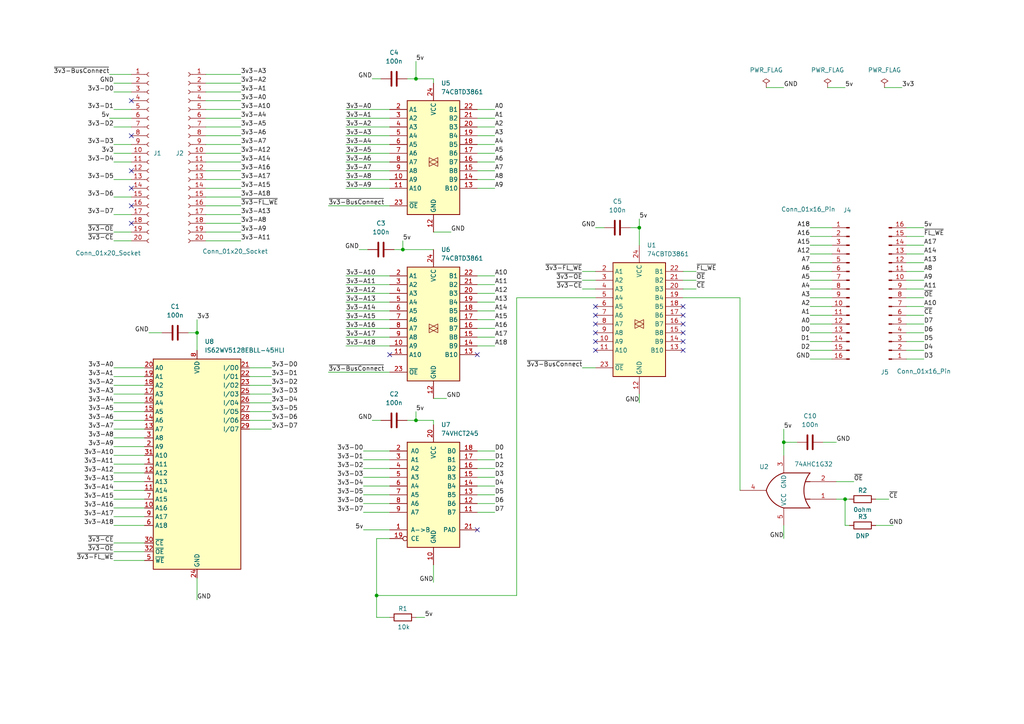
<source format=kicad_sch>
(kicad_sch (version 20231120) (generator "eeschema") (generator_version "8.0")
  (paper "A4")
  (title_block (title "Flying Rommey"))
  (lib_symbols
    (symbol "74xGxx:74AHC1G32"
      (property "Reference" "U" (at -2.54 3.81 0))
      (property "Value" "74AHC1G32" (at 0 -3.81 0))
      (symbol "74AHC1G32_0_1"
        (arc (start -7.62 -5.08) (mid -5.838 0) (end -7.62 5.08) (stroke (width 0.254)))
        (arc (start 0 -5.08) (mid 3.1986 -3.2054) (end 5.08 0) (stroke (width 0.254)))
        (polyline (pts (xy -7.62 -2.54) (xy -6.35 -2.54)) (stroke (width 0.254)) (fill (type background)))
        (polyline (pts (xy -7.62 2.54) (xy -6.35 2.54)) (stroke (width 0.254)) (fill (type background)))
        (polyline (pts (xy 0 -5.08) (xy -7.62 -5.08)) (stroke (width 0.254)) (fill (type background)))
        (polyline (pts (xy 0 5.08) (xy -7.62 5.08)) (stroke (width 0.254)) (fill (type background)))
        (arc (start 5.08 0) (mid 3.2238 3.2304) (end 0 5.08) (stroke (width 0.254)))
      )
      (symbol "74AHC1G32_1_1"
        (pin input line (at -15.24 2.54 0) (length 7.62) (name "~") (number "1"))
        (pin input line (at -15.24 -2.54 0) (length 7.62) (name "~") (number "2"))
        (pin power_in line (at 0 -10.16 90) (length 5.08) (name "GND") (number "3"))
        (pin output line (at 12.7 0 180) (length 7.62) (name "~") (number "4"))
        (pin power_in line (at 0 10.16 270) (length 5.08) (name "VCC") (number "5"))
      )
    )
    (symbol "Device:R" (pin_numbers hide) (pin_names (offset 0))
      (property "Reference" "R" (at 2.032 0 90))
      (property "Value" "R" (at 0 0 90))
      (symbol "R_0_1"
        (rectangle (start -1.016 -2.54) (end 1.016 2.54) (stroke (width 0.254)))
      )
      (symbol "R_1_1"
        (pin passive line (at 0 3.81 270) (length 1.27) (name "~") (number "1"))
        (pin passive line (at 0 -3.81 90) (length 1.27) (name "~") (number "2"))
      )
    )
    (symbol "JJG_Symbol_Library:74CBTD3861"
      (property "Reference" "U" (at -7.62 19.05 0))
      (property "Value" "74CBTD3861" (at -8.255 -16.51 0))
      (symbol "74CBTD3861_1_0"
        (polyline (pts (xy 1.27 0) (xy -1.27 1.27) (xy -1.27 -1.27) (xy 1.27 0)) (stroke (width 0.1524)))
        (polyline (pts (xy 1.27 1.27) (xy -1.27 0) (xy 1.27 -1.27) (xy 1.27 1.27)))
        (pin no_connect line (at 7.62 -12.7 180) (length 2.54) hide (name "NC") (number "1"))
        (pin passive line (at -12.7 -5.08 0) (length 5.08) (name "A9") (number "10"))
        (pin passive line (at -12.7 -7.62 0) (length 5.08) (name "A10") (number "11"))
        (pin power_in line (at 0 -20.32 90) (length 5.08) (name "GND") (number "12"))
        (pin passive line (at 12.7 -7.62 180) (length 5.08) (name "B10") (number "13"))
        (pin passive line (at 12.7 -5.08 180) (length 5.08) (name "B9") (number "14"))
        (pin passive line (at 12.7 -2.54 180) (length 5.08) (name "B8") (number "15"))
        (pin passive line (at 12.7 0 180) (length 5.08) (name "B7") (number "16"))
        (pin passive line (at 12.7 2.54 180) (length 5.08) (name "B6") (number "17"))
        (pin passive line (at 12.7 5.08 180) (length 5.08) (name "B5") (number "18"))
        (pin passive line (at 12.7 7.62 180) (length 5.08) (name "B4") (number "19"))
        (pin passive line (at -12.7 15.24 0) (length 5.08) (name "A1") (number "2"))
        (pin passive line (at 12.7 10.16 180) (length 5.08) (name "B3") (number "20"))
        (pin passive line (at 12.7 12.7 180) (length 5.08) (name "B2") (number "21"))
        (pin passive line (at 12.7 15.24 180) (length 5.08) (name "B1") (number "22"))
        (pin input line (at -12.7 -12.7 0) (length 5.08) (name "~{OE}") (number "23"))
        (pin power_in line (at 0 22.86 270) (length 5.08) (name "VCC") (number "24"))
        (pin passive line (at -12.7 12.7 0) (length 5.08) (name "A2") (number "3"))
        (pin passive line (at -12.7 10.16 0) (length 5.08) (name "A3") (number "4"))
        (pin passive line (at -12.7 7.62 0) (length 5.08) (name "A4") (number "5"))
        (pin passive line (at -12.7 5.08 0) (length 5.08) (name "A5") (number "6"))
        (pin passive line (at -12.7 2.54 0) (length 5.08) (name "A6") (number "7"))
        (pin passive line (at -12.7 0 0) (length 5.08) (name "A7") (number "8"))
        (pin passive line (at -12.7 -2.54 0) (length 5.08) (name "A8") (number "9"))
      )
      (symbol "74CBTD3861_1_1"
        (rectangle (start -7.62 17.78) (end 7.62 -15.24) (stroke (width 0.254)) (fill (type background)))
      )
    )
    (symbol "JJG_Symbol_Library:74HC245" (pin_names (offset 1.016)) (exclude_from_sim yes)
      (property "Reference" "U" (at 1.9559 20.32 0))
      (property "Value" "74VHCT245" (at 1.9559 17.78 0))
      (symbol "74HC245_1_0"
        (pin input line (at -12.7 -10.16 0) (length 5.08) (name "A->B") (number "1"))
        (pin input line (at 0 -20.32 90) (length 5.08) (name "GND") (number "10"))
        (pin tri_state line (at 12.7 -5.08 180) (length 5.08) (name "B7") (number "11"))
        (pin tri_state line (at 12.7 -2.54 180) (length 5.08) (name "B6") (number "12"))
        (pin tri_state line (at 12.7 0 180) (length 5.08) (name "B5") (number "13"))
        (pin tri_state line (at 12.7 2.54 180) (length 5.08) (name "B4") (number "14"))
        (pin tri_state line (at 12.7 5.08 180) (length 5.08) (name "B3") (number "15"))
        (pin tri_state line (at 12.7 7.62 180) (length 5.08) (name "B2") (number "16"))
        (pin tri_state line (at 12.7 10.16 180) (length 5.08) (name "B1") (number "17"))
        (pin tri_state line (at 12.7 12.7 180) (length 5.08) (name "B0") (number "18"))
        (pin input inverted (at -12.7 -12.7 0) (length 5.08) (name "CE") (number "19"))
        (pin tri_state line (at -12.7 12.7 0) (length 5.08) (name "A0") (number "2"))
        (pin input line (at 0 20.32 270) (length 5.08) (name "VCC") (number "20"))
        (pin tri_state line (at -12.7 10.16 0) (length 5.08) (name "A1") (number "3"))
        (pin tri_state line (at -12.7 7.62 0) (length 5.08) (name "A2") (number "4"))
        (pin tri_state line (at -12.7 5.08 0) (length 5.08) (name "A3") (number "5"))
        (pin tri_state line (at -12.7 2.54 0) (length 5.08) (name "A4") (number "6"))
        (pin tri_state line (at -12.7 0 0) (length 5.08) (name "A5") (number "7"))
        (pin tri_state line (at -12.7 -2.54 0) (length 5.08) (name "A6") (number "8"))
        (pin tri_state line (at -12.7 -5.08 0) (length 5.08) (name "A7") (number "9"))
      )
      (symbol "74HC245_1_1"
        (rectangle (start -7.62 15.24) (end 7.62 -15.24) (stroke (width 0.254)) (fill (type background)))
        (pin tri_state line (at 12.7 -10.16 180) (length 5.08) (name "PAD") (number "21"))
      )
    )
    (symbol "JJG_Symbol_Library:C" (pin_numbers hide) (pin_names (offset 0.254))
      (property "Reference" "C" (at 0.635 2.54 0))
      (property "Value" "C" (at 0.635 -2.54 0))
      (symbol "C_0_1"
        (polyline (pts (xy -2.032 -0.762) (xy 2.032 -0.762)) (stroke (width 0.508)))
        (polyline (pts (xy -2.032 0.762) (xy 2.032 0.762)) (stroke (width 0.508)))
      )
      (symbol "C_1_1"
        (pin passive line (at 0 3.81 270) (length 2.794) (name "~") (number "1"))
        (pin passive line (at 0 -3.81 90) (length 2.794) (name "~") (number "2"))
      )
    )
    (symbol "JJG_Symbol_Library:Conn_01x16_Pin" (pin_names (offset 1.016) hide)
      (property "Reference" "J" (at 0 20.32 0))
      (property "Value" "Conn_01x16_Pin" (at 0 -22.86 0))
      (symbol "Conn_01x16_Pin_1_1"
        (polyline (pts (xy 1.27 -20.32) (xy 0.8636 -20.32)) (stroke (width 0.1524)))
        (polyline (pts (xy 1.27 -17.78) (xy 0.8636 -17.78)) (stroke (width 0.1524)))
        (polyline (pts (xy 1.27 -15.24) (xy 0.8636 -15.24)) (stroke (width 0.1524)))
        (polyline (pts (xy 1.27 -12.7) (xy 0.8636 -12.7)) (stroke (width 0.1524)))
        (polyline (pts (xy 1.27 -10.16) (xy 0.8636 -10.16)) (stroke (width 0.1524)))
        (polyline (pts (xy 1.27 -7.62) (xy 0.8636 -7.62)) (stroke (width 0.1524)))
        (polyline (pts (xy 1.27 -5.08) (xy 0.8636 -5.08)) (stroke (width 0.1524)))
        (polyline (pts (xy 1.27 -2.54) (xy 0.8636 -2.54)) (stroke (width 0.1524)))
        (polyline (pts (xy 1.27 0) (xy 0.8636 0)) (stroke (width 0.1524)))
        (polyline (pts (xy 1.27 2.54) (xy 0.8636 2.54)) (stroke (width 0.1524)))
        (polyline (pts (xy 1.27 5.08) (xy 0.8636 5.08)) (stroke (width 0.1524)))
        (polyline (pts (xy 1.27 7.62) (xy 0.8636 7.62)) (stroke (width 0.1524)))
        (polyline (pts (xy 1.27 10.16) (xy 0.8636 10.16)) (stroke (width 0.1524)))
        (polyline (pts (xy 1.27 12.7) (xy 0.8636 12.7)) (stroke (width 0.1524)))
        (polyline (pts (xy 1.27 15.24) (xy 0.8636 15.24)) (stroke (width 0.1524)))
        (polyline (pts (xy 1.27 17.78) (xy 0.8636 17.78)) (stroke (width 0.1524)))
        (rectangle (start 0.8636 -20.193) (end 0 -20.447) (stroke (width 0.1524)) (fill (type outline)))
        (rectangle (start 0.8636 -17.653) (end 0 -17.907) (stroke (width 0.1524)) (fill (type outline)))
        (rectangle (start 0.8636 -15.113) (end 0 -15.367) (stroke (width 0.1524)) (fill (type outline)))
        (rectangle (start 0.8636 -12.573) (end 0 -12.827) (stroke (width 0.1524)) (fill (type outline)))
        (rectangle (start 0.8636 -10.033) (end 0 -10.287) (stroke (width 0.1524)) (fill (type outline)))
        (rectangle (start 0.8636 -7.493) (end 0 -7.747) (stroke (width 0.1524)) (fill (type outline)))
        (rectangle (start 0.8636 -4.953) (end 0 -5.207) (stroke (width 0.1524)) (fill (type outline)))
        (rectangle (start 0.8636 -2.413) (end 0 -2.667) (stroke (width 0.1524)) (fill (type outline)))
        (rectangle (start 0.8636 0.127) (end 0 -0.127) (stroke (width 0.1524)) (fill (type outline)))
        (rectangle (start 0.8636 2.667) (end 0 2.413) (stroke (width 0.1524)) (fill (type outline)))
        (rectangle (start 0.8636 5.207) (end 0 4.953) (stroke (width 0.1524)) (fill (type outline)))
        (rectangle (start 0.8636 7.747) (end 0 7.493) (stroke (width 0.1524)) (fill (type outline)))
        (rectangle (start 0.8636 10.287) (end 0 10.033) (stroke (width 0.1524)) (fill (type outline)))
        (rectangle (start 0.8636 12.827) (end 0 12.573) (stroke (width 0.1524)) (fill (type outline)))
        (rectangle (start 0.8636 15.367) (end 0 15.113) (stroke (width 0.1524)) (fill (type outline)))
        (rectangle (start 0.8636 17.907) (end 0 17.653) (stroke (width 0.1524)) (fill (type outline)))
        (pin passive line (at 5.08 17.78 180) (length 3.81) (name "Pin_1") (number "1"))
        (pin passive line (at 5.08 -5.08 180) (length 3.81) (name "Pin_10") (number "10"))
        (pin passive line (at 5.08 -7.62 180) (length 3.81) (name "Pin_11") (number "11"))
        (pin passive line (at 5.08 -10.16 180) (length 3.81) (name "Pin_12") (number "12"))
        (pin passive line (at 5.08 -12.7 180) (length 3.81) (name "Pin_13") (number "13"))
        (pin passive line (at 5.08 -15.24 180) (length 3.81) (name "Pin_14") (number "14"))
        (pin passive line (at 5.08 -17.78 180) (length 3.81) (name "Pin_15") (number "15"))
        (pin passive line (at 5.08 -20.32 180) (length 3.81) (name "Pin_16") (number "16"))
        (pin passive line (at 5.08 15.24 180) (length 3.81) (name "Pin_2") (number "2"))
        (pin passive line (at 5.08 12.7 180) (length 3.81) (name "Pin_3") (number "3"))
        (pin passive line (at 5.08 10.16 180) (length 3.81) (name "Pin_4") (number "4"))
        (pin passive line (at 5.08 7.62 180) (length 3.81) (name "Pin_5") (number "5"))
        (pin passive line (at 5.08 5.08 180) (length 3.81) (name "Pin_6") (number "6"))
        (pin passive line (at 5.08 2.54 180) (length 3.81) (name "Pin_7") (number "7"))
        (pin passive line (at 5.08 0 180) (length 3.81) (name "Pin_8") (number "8"))
        (pin passive line (at 5.08 -2.54 180) (length 3.81) (name "Pin_9") (number "9"))
      )
    )
    (symbol "JJG_Symbol_Library:Conn_01x20_Socket" (pin_names (offset 1.016) hide)
      (property "Reference" "J" (at 0 25.4 0))
      (property "Value" "Conn_01x20_Socket" (at 0 -27.94 0))
      (symbol "Conn_01x20_Socket_1_1"
        (arc (start 0 -24.892) (mid -0.5058 -25.4) (end 0 -25.908) (stroke (width 0.1524)))
        (arc (start 0 -22.352) (mid -0.5058 -22.86) (end 0 -23.368) (stroke (width 0.1524)))
        (arc (start 0 -19.812) (mid -0.5058 -20.32) (end 0 -20.828) (stroke (width 0.1524)))
        (arc (start 0 -17.272) (mid -0.5058 -17.78) (end 0 -18.288) (stroke (width 0.1524)))
        (arc (start 0 -14.732) (mid -0.5058 -15.24) (end 0 -15.748) (stroke (width 0.1524)))
        (arc (start 0 -12.192) (mid -0.5058 -12.7) (end 0 -13.208) (stroke (width 0.1524)))
        (arc (start 0 -9.652) (mid -0.5058 -10.16) (end 0 -10.668) (stroke (width 0.1524)))
        (arc (start 0 -7.112) (mid -0.5058 -7.62) (end 0 -8.128) (stroke (width 0.1524)))
        (arc (start 0 -4.572) (mid -0.5058 -5.08) (end 0 -5.588) (stroke (width 0.1524)))
        (arc (start 0 -2.032) (mid -0.5058 -2.54) (end 0 -3.048) (stroke (width 0.1524)))
        (polyline (pts (xy -1.27 -25.4) (xy -0.508 -25.4)) (stroke (width 0.1524)))
        (polyline (pts (xy -1.27 -22.86) (xy -0.508 -22.86)) (stroke (width 0.1524)))
        (polyline (pts (xy -1.27 -20.32) (xy -0.508 -20.32)) (stroke (width 0.1524)))
        (polyline (pts (xy -1.27 -17.78) (xy -0.508 -17.78)) (stroke (width 0.1524)))
        (polyline (pts (xy -1.27 -15.24) (xy -0.508 -15.24)) (stroke (width 0.1524)))
        (polyline (pts (xy -1.27 -12.7) (xy -0.508 -12.7)) (stroke (width 0.1524)))
        (polyline (pts (xy -1.27 -10.16) (xy -0.508 -10.16)) (stroke (width 0.1524)))
        (polyline (pts (xy -1.27 -7.62) (xy -0.508 -7.62)) (stroke (width 0.1524)))
        (polyline (pts (xy -1.27 -5.08) (xy -0.508 -5.08)) (stroke (width 0.1524)))
        (polyline (pts (xy -1.27 -2.54) (xy -0.508 -2.54)) (stroke (width 0.1524)))
        (polyline (pts (xy -1.27 0) (xy -0.508 0)) (stroke (width 0.1524)))
        (polyline (pts (xy -1.27 2.54) (xy -0.508 2.54)) (stroke (width 0.1524)))
        (polyline (pts (xy -1.27 5.08) (xy -0.508 5.08)) (stroke (width 0.1524)))
        (polyline (pts (xy -1.27 7.62) (xy -0.508 7.62)) (stroke (width 0.1524)))
        (polyline (pts (xy -1.27 10.16) (xy -0.508 10.16)) (stroke (width 0.1524)))
        (polyline (pts (xy -1.27 12.7) (xy -0.508 12.7)) (stroke (width 0.1524)))
        (polyline (pts (xy -1.27 15.24) (xy -0.508 15.24)) (stroke (width 0.1524)))
        (polyline (pts (xy -1.27 17.78) (xy -0.508 17.78)) (stroke (width 0.1524)))
        (polyline (pts (xy -1.27 20.32) (xy -0.508 20.32)) (stroke (width 0.1524)))
        (polyline (pts (xy -1.27 22.86) (xy -0.508 22.86)) (stroke (width 0.1524)))
        (arc (start 0 0.508) (mid -0.5058 0) (end 0 -0.508) (stroke (width 0.1524)))
        (arc (start 0 3.048) (mid -0.5058 2.54) (end 0 2.032) (stroke (width 0.1524)))
        (arc (start 0 5.588) (mid -0.5058 5.08) (end 0 4.572) (stroke (width 0.1524)))
        (arc (start 0 8.128) (mid -0.5058 7.62) (end 0 7.112) (stroke (width 0.1524)))
        (arc (start 0 10.668) (mid -0.5058 10.16) (end 0 9.652) (stroke (width 0.1524)))
        (arc (start 0 13.208) (mid -0.5058 12.7) (end 0 12.192) (stroke (width 0.1524)))
        (arc (start 0 15.748) (mid -0.5058 15.24) (end 0 14.732) (stroke (width 0.1524)))
        (arc (start 0 18.288) (mid -0.5058 17.78) (end 0 17.272) (stroke (width 0.1524)))
        (arc (start 0 20.828) (mid -0.5058 20.32) (end 0 19.812) (stroke (width 0.1524)))
        (arc (start 0 23.368) (mid -0.5058 22.86) (end 0 22.352) (stroke (width 0.1524)))
        (pin passive line (at -5.08 22.86 0) (length 3.81) (name "Pin_1") (number "1"))
        (pin passive line (at -5.08 0 0) (length 3.81) (name "Pin_10") (number "10"))
        (pin passive line (at -5.08 -2.54 0) (length 3.81) (name "Pin_11") (number "11"))
        (pin passive line (at -5.08 -5.08 0) (length 3.81) (name "Pin_12") (number "12"))
        (pin passive line (at -5.08 -7.62 0) (length 3.81) (name "Pin_13") (number "13"))
        (pin passive line (at -5.08 -10.16 0) (length 3.81) (name "Pin_14") (number "14"))
        (pin passive line (at -5.08 -12.7 0) (length 3.81) (name "Pin_15") (number "15"))
        (pin passive line (at -5.08 -15.24 0) (length 3.81) (name "Pin_16") (number "16"))
        (pin passive line (at -5.08 -17.78 0) (length 3.81) (name "Pin_17") (number "17"))
        (pin passive line (at -5.08 -20.32 0) (length 3.81) (name "Pin_18") (number "18"))
        (pin passive line (at -5.08 -22.86 0) (length 3.81) (name "Pin_19") (number "19"))
        (pin passive line (at -5.08 20.32 0) (length 3.81) (name "Pin_2") (number "2"))
        (pin passive line (at -5.08 -25.4 0) (length 3.81) (name "Pin_20") (number "20"))
        (pin passive line (at -5.08 17.78 0) (length 3.81) (name "Pin_3") (number "3"))
        (pin passive line (at -5.08 15.24 0) (length 3.81) (name "Pin_4") (number "4"))
        (pin passive line (at -5.08 12.7 0) (length 3.81) (name "Pin_5") (number "5"))
        (pin passive line (at -5.08 10.16 0) (length 3.81) (name "Pin_6") (number "6"))
        (pin passive line (at -5.08 7.62 0) (length 3.81) (name "Pin_7") (number "7"))
        (pin passive line (at -5.08 5.08 0) (length 3.81) (name "Pin_8") (number "8"))
        (pin passive line (at -5.08 2.54 0) (length 3.81) (name "Pin_9") (number "9"))
      )
    )
    (symbol "JJG_Symbol_Library:IS62WV5128EBLL-45HLI"
      (property "Reference" "U" (at -10.16 31.75 0))
      (property "Value" "IS62WV5128EBLL-45HLI" (at 12.7 31.75 0))
      (symbol "IS62WV5128EBLL-45HLI_0_1"
        (rectangle (start -12.7 30.48) (end 12.7 -30.48) (stroke (width 0.254)) (fill (type background)))
      )
      (symbol "IS62WV5128EBLL-45HLI_1_1"
        (pin input line (at -15.24 0 0) (length 2.54) (name "A11") (number "1"))
        (pin input line (at -15.24 -12.7 0) (length 2.54) (name "A16") (number "10"))
        (pin input line (at -15.24 -7.62 0) (length 2.54) (name "A14") (number "11"))
        (pin input line (at -15.24 -2.54 0) (length 2.54) (name "A12") (number "12"))
        (pin input line (at -15.24 10.16 0) (length 2.54) (name "A7") (number "13"))
        (pin input line (at -15.24 12.7 0) (length 2.54) (name "A6") (number "14"))
        (pin input line (at -15.24 15.24 0) (length 2.54) (name "A5") (number "15"))
        (pin input line (at -15.24 17.78 0) (length 2.54) (name "A4") (number "16"))
        (pin input line (at -15.24 20.32 0) (length 2.54) (name "A3") (number "17"))
        (pin input line (at -15.24 22.86 0) (length 2.54) (name "A2") (number "18"))
        (pin input line (at -15.24 25.4 0) (length 2.54) (name "A1") (number "19"))
        (pin input line (at -15.24 5.08 0) (length 2.54) (name "A9") (number "2"))
        (pin input line (at -15.24 27.94 0) (length 2.54) (name "A0") (number "20"))
        (pin bidirectional line (at 15.24 27.94 180) (length 2.54) (name "I/O0") (number "21"))
        (pin bidirectional line (at 15.24 25.4 180) (length 2.54) (name "I/O1") (number "22"))
        (pin bidirectional line (at 15.24 22.86 180) (length 2.54) (name "I/O2") (number "23"))
        (pin power_in line (at 0 -33.02 90) (length 2.54) (name "GND") (number "24"))
        (pin bidirectional line (at 15.24 20.32 180) (length 2.54) (name "I/O3") (number "25"))
        (pin bidirectional line (at 15.24 17.78 180) (length 2.54) (name "I/O4") (number "26"))
        (pin bidirectional line (at 15.24 15.24 180) (length 2.54) (name "I/O5") (number "27"))
        (pin bidirectional line (at 15.24 12.7 180) (length 2.54) (name "I/O6") (number "28"))
        (pin bidirectional line (at 15.24 10.16 180) (length 2.54) (name "I/O7") (number "29"))
        (pin input line (at -15.24 7.62 0) (length 2.54) (name "A8") (number "3"))
        (pin input line (at -15.24 -22.86 0) (length 2.54) (name "~{CE}") (number "30"))
        (pin input line (at -15.24 2.54 0) (length 2.54) (name "A10") (number "31"))
        (pin input line (at -15.24 -25.4 0) (length 2.54) (name "~{OE}") (number "32"))
        (pin input line (at -15.24 -5.08 0) (length 2.54) (name "A13") (number "4"))
        (pin input line (at -15.24 -27.94 0) (length 2.54) (name "~{WE}") (number "5"))
        (pin input line (at -15.24 -17.78 0) (length 2.54) (name "A18") (number "6"))
        (pin input line (at -15.24 -10.16 0) (length 2.54) (name "A15") (number "7"))
        (pin power_in line (at 0 33.02 270) (length 2.54) (name "VDD") (number "8"))
        (pin input line (at -15.24 -15.24 0) (length 2.54) (name "A17") (number "9"))
      )
    )
    (symbol "JJG_Symbol_Library:PWR_FLAG" (power) (pin_numbers hide) (pin_names (offset 0) hide)
      (property "Value" "PWR_FLAG" (at 0 3.81 0))
      (symbol "PWR_FLAG_0_0"
        (pin power_out line (at 0 0 90) (length 0) (name "~") (number "1"))
      )
      (symbol "PWR_FLAG_0_1"
        (polyline (pts (xy 0 0) (xy 0 1.27) (xy -1.016 1.905) (xy 0 2.54) (xy 1.016 1.905) (xy 0 1.27)))
      )
    )
  )
  (junction (at 120.65 121.92))
  (junction (at 116.84 72.39))
  (junction (at 109.22 172.72))
  (junction (at 57.15 96.52))
  (junction (at 245.11 144.78))
  (junction (at 120.65 22.86))
  (junction (at 185.42 66.04))
  (junction (at 227.33 128.27))
  (no_connect (at 198.12 99.06))
  (no_connect (at 38.1 64.77))
  (no_connect (at 172.72 91.44))
  (no_connect (at 38.1 59.69))
  (no_connect (at 38.1 49.53))
  (no_connect (at 198.12 101.6))
  (no_connect (at 113.03 102.87))
  (no_connect (at 138.43 153.67))
  (no_connect (at 172.72 93.98))
  (no_connect (at 172.72 99.06))
  (no_connect (at 172.72 96.52))
  (no_connect (at 172.72 88.9))
  (no_connect (at 38.1 39.37))
  (no_connect (at 172.72 101.6))
  (no_connect (at 198.12 96.52))
  (no_connect (at 198.12 91.44))
  (no_connect (at 38.1 54.61))
  (no_connect (at 198.12 93.98))
  (no_connect (at 38.1 29.21))
  (no_connect (at 198.12 88.9))
  (no_connect (at 138.43 102.87))
  (wire (pts (xy 262.89 96.52) (xy 267.97 96.52)))
  (wire (pts (xy 105.41 135.89) (xy 113.03 135.89)))
  (wire (pts (xy 227.33 128.27) (xy 227.33 132.08)))
  (wire (pts (xy 227.33 124.46) (xy 227.33 128.27)))
  (wire (pts (xy 120.65 179.07) (xy 123.19 179.07)))
  (wire (pts (xy 262.89 78.74) (xy 267.97 78.74)))
  (wire (pts (xy 120.65 22.86) (xy 125.73 22.86)))
  (wire (pts (xy 100.33 80.01) (xy 113.03 80.01)))
  (wire (pts (xy 100.33 44.45) (xy 113.03 44.45)))
  (wire (pts (xy 33.02 62.23) (xy 38.1 62.23)))
  (wire (pts (xy 100.33 82.55) (xy 113.03 82.55)))
  (wire (pts (xy 138.43 54.61) (xy 143.51 54.61)))
  (wire (pts (xy 262.89 68.58) (xy 267.97 68.58)))
  (wire (pts (xy 72.39 106.68) (xy 78.74 106.68)))
  (wire (pts (xy 254 152.4) (xy 259.08 152.4)))
  (wire (pts (xy 138.43 143.51) (xy 143.51 143.51)))
  (wire (pts (xy 234.95 86.36) (xy 241.3 86.36)))
  (wire (pts (xy 138.43 80.01) (xy 143.51 80.01)))
  (wire (pts (xy 125.73 24.13) (xy 125.73 22.86)))
  (wire (pts (xy 33.02 46.99) (xy 38.1 46.99)))
  (wire (pts (xy 59.69 44.45) (xy 69.85 44.45)))
  (wire (pts (xy 33.02 52.07) (xy 38.1 52.07)))
  (wire (pts (xy 33.02 44.45) (xy 38.1 44.45)))
  (wire (pts (xy 262.89 73.66) (xy 267.97 73.66)))
  (wire (pts (xy 227.33 128.27) (xy 231.14 128.27)))
  (wire (pts (xy 198.12 78.74) (xy 201.93 78.74)))
  (wire (pts (xy 33.02 149.86) (xy 41.91 149.86)))
  (wire (pts (xy 172.72 86.36) (xy 149.86 86.36)))
  (wire (pts (xy 95.25 59.69) (xy 113.03 59.69)))
  (wire (pts (xy 33.02 106.68) (xy 41.91 106.68)))
  (wire (pts (xy 234.95 93.98) (xy 241.3 93.98)))
  (wire (pts (xy 100.33 100.33) (xy 113.03 100.33)))
  (wire (pts (xy 138.43 52.07) (xy 143.51 52.07)))
  (wire (pts (xy 198.12 81.28) (xy 201.93 81.28)))
  (wire (pts (xy 138.43 146.05) (xy 143.51 146.05)))
  (wire (pts (xy 242.57 139.7) (xy 247.65 139.7)))
  (wire (pts (xy 245.11 144.78) (xy 245.11 152.4)))
  (wire (pts (xy 234.95 91.44) (xy 241.3 91.44)))
  (wire (pts (xy 105.41 133.35) (xy 113.03 133.35)))
  (wire (pts (xy 234.95 66.04) (xy 241.3 66.04)))
  (wire (pts (xy 59.69 64.77) (xy 69.85 64.77)))
  (wire (pts (xy 168.91 106.68) (xy 172.72 106.68)))
  (wire (pts (xy 238.76 128.27) (xy 242.57 128.27)))
  (wire (pts (xy 105.41 130.81) (xy 113.03 130.81)))
  (wire (pts (xy 57.15 96.52) (xy 57.15 101.6)))
  (wire (pts (xy 120.65 121.92) (xy 125.73 121.92)))
  (wire (pts (xy 185.42 66.04) (xy 185.42 71.12)))
  (wire (pts (xy 138.43 44.45) (xy 143.51 44.45)))
  (wire (pts (xy 33.02 69.85) (xy 38.1 69.85)))
  (wire (pts (xy 214.63 142.24) (xy 214.63 86.36)))
  (wire (pts (xy 104.14 72.39) (xy 106.68 72.39)))
  (wire (pts (xy 100.33 54.61) (xy 113.03 54.61)))
  (wire (pts (xy 72.39 109.22) (xy 78.74 109.22)))
  (wire (pts (xy 109.22 172.72) (xy 109.22 179.07)))
  (wire (pts (xy 33.02 129.54) (xy 41.91 129.54)))
  (wire (pts (xy 33.02 144.78) (xy 41.91 144.78)))
  (wire (pts (xy 59.69 67.31) (xy 69.85 67.31)))
  (wire (pts (xy 234.95 73.66) (xy 241.3 73.66)))
  (wire (pts (xy 59.69 31.75) (xy 69.85 31.75)))
  (wire (pts (xy 262.89 99.06) (xy 267.97 99.06)))
  (wire (pts (xy 33.02 109.22) (xy 41.91 109.22)))
  (wire (pts (xy 59.69 57.15) (xy 69.85 57.15)))
  (wire (pts (xy 138.43 130.81) (xy 143.51 130.81)))
  (wire (pts (xy 234.95 96.52) (xy 241.3 96.52)))
  (wire (pts (xy 234.95 78.74) (xy 241.3 78.74)))
  (wire (pts (xy 234.95 101.6) (xy 241.3 101.6)))
  (wire (pts (xy 118.11 121.92) (xy 120.65 121.92)))
  (wire (pts (xy 138.43 133.35) (xy 143.51 133.35)))
  (wire (pts (xy 33.02 134.62) (xy 41.91 134.62)))
  (wire (pts (xy 214.63 86.36) (xy 198.12 86.36)))
  (wire (pts (xy 33.02 127) (xy 41.91 127)))
  (wire (pts (xy 172.72 66.04) (xy 175.26 66.04)))
  (wire (pts (xy 57.15 92.71) (xy 57.15 96.52)))
  (wire (pts (xy 125.73 67.31) (xy 130.81 67.31)))
  (wire (pts (xy 240.03 25.4) (xy 245.11 25.4)))
  (wire (pts (xy 138.43 34.29) (xy 143.51 34.29)))
  (wire (pts (xy 72.39 116.84) (xy 78.74 116.84)))
  (wire (pts (xy 33.02 160.02) (xy 41.91 160.02)))
  (wire (pts (xy 113.03 179.07) (xy 109.22 179.07)))
  (wire (pts (xy 105.41 143.51) (xy 113.03 143.51)))
  (wire (pts (xy 245.11 152.4) (xy 246.38 152.4)))
  (wire (pts (xy 100.33 92.71) (xy 113.03 92.71)))
  (wire (pts (xy 138.43 39.37) (xy 143.51 39.37)))
  (wire (pts (xy 125.73 115.57) (xy 129.54 115.57)))
  (wire (pts (xy 33.02 31.75) (xy 38.1 31.75)))
  (wire (pts (xy 138.43 148.59) (xy 143.51 148.59)))
  (wire (pts (xy 234.95 76.2) (xy 241.3 76.2)))
  (wire (pts (xy 138.43 41.91) (xy 143.51 41.91)))
  (wire (pts (xy 72.39 119.38) (xy 78.74 119.38)))
  (wire (pts (xy 54.61 96.52) (xy 57.15 96.52)))
  (wire (pts (xy 33.02 57.15) (xy 38.1 57.15)))
  (wire (pts (xy 138.43 100.33) (xy 143.51 100.33)))
  (wire (pts (xy 138.43 49.53) (xy 143.51 49.53)))
  (wire (pts (xy 100.33 46.99) (xy 113.03 46.99)))
  (wire (pts (xy 100.33 90.17) (xy 113.03 90.17)))
  (wire (pts (xy 33.02 26.67) (xy 38.1 26.67)))
  (wire (pts (xy 100.33 36.83) (xy 113.03 36.83)))
  (wire (pts (xy 107.95 121.92) (xy 110.49 121.92)))
  (wire (pts (xy 100.33 31.75) (xy 113.03 31.75)))
  (wire (pts (xy 33.02 162.56) (xy 41.91 162.56)))
  (wire (pts (xy 138.43 90.17) (xy 143.51 90.17)))
  (wire (pts (xy 57.15 167.64) (xy 57.15 173.99)))
  (wire (pts (xy 182.88 66.04) (xy 185.42 66.04)))
  (wire (pts (xy 256.54 25.4) (xy 261.62 25.4)))
  (wire (pts (xy 262.89 81.28) (xy 267.97 81.28)))
  (wire (pts (xy 105.41 148.59) (xy 113.03 148.59)))
  (wire (pts (xy 43.18 96.52) (xy 46.99 96.52)))
  (wire (pts (xy 59.69 36.83) (xy 69.85 36.83)))
  (wire (pts (xy 72.39 121.92) (xy 78.74 121.92)))
  (wire (pts (xy 33.02 67.31) (xy 38.1 67.31)))
  (wire (pts (xy 105.41 146.05) (xy 113.03 146.05)))
  (wire (pts (xy 262.89 76.2) (xy 267.97 76.2)))
  (wire (pts (xy 59.69 59.69) (xy 69.85 59.69)))
  (wire (pts (xy 72.39 114.3) (xy 78.74 114.3)))
  (wire (pts (xy 138.43 95.25) (xy 143.51 95.25)))
  (wire (pts (xy 33.02 124.46) (xy 41.91 124.46)))
  (wire (pts (xy 105.41 153.67) (xy 113.03 153.67)))
  (wire (pts (xy 262.89 93.98) (xy 267.97 93.98)))
  (wire (pts (xy 168.91 83.82) (xy 172.72 83.82)))
  (wire (pts (xy 59.69 46.99) (xy 69.85 46.99)))
  (wire (pts (xy 116.84 69.85) (xy 116.84 72.39)))
  (wire (pts (xy 109.22 156.21) (xy 113.03 156.21)))
  (wire (pts (xy 114.3 72.39) (xy 116.84 72.39)))
  (wire (pts (xy 100.33 87.63) (xy 113.03 87.63)))
  (wire (pts (xy 100.33 34.29) (xy 113.03 34.29)))
  (wire (pts (xy 33.02 142.24) (xy 41.91 142.24)))
  (wire (pts (xy 234.95 81.28) (xy 241.3 81.28)))
  (wire (pts (xy 105.41 138.43) (xy 113.03 138.43)))
  (wire (pts (xy 168.91 81.28) (xy 172.72 81.28)))
  (wire (pts (xy 33.02 121.92) (xy 41.91 121.92)))
  (wire (pts (xy 107.95 22.86) (xy 110.49 22.86)))
  (wire (pts (xy 149.86 86.36) (xy 149.86 172.72)))
  (wire (pts (xy 234.95 99.06) (xy 241.3 99.06)))
  (wire (pts (xy 59.69 24.13) (xy 69.85 24.13)))
  (wire (pts (xy 118.11 22.86) (xy 120.65 22.86)))
  (wire (pts (xy 262.89 66.04) (xy 267.97 66.04)))
  (wire (pts (xy 245.11 144.78) (xy 246.38 144.78)))
  (wire (pts (xy 138.43 140.97) (xy 143.51 140.97)))
  (wire (pts (xy 138.43 87.63) (xy 143.51 87.63)))
  (wire (pts (xy 33.02 111.76) (xy 41.91 111.76)))
  (wire (pts (xy 198.12 83.82) (xy 201.93 83.82)))
  (wire (pts (xy 109.22 172.72) (xy 149.86 172.72)))
  (wire (pts (xy 138.43 97.79) (xy 143.51 97.79)))
  (wire (pts (xy 138.43 135.89) (xy 143.51 135.89)))
  (wire (pts (xy 59.69 49.53) (xy 69.85 49.53)))
  (wire (pts (xy 234.95 88.9) (xy 241.3 88.9)))
  (wire (pts (xy 262.89 71.12) (xy 267.97 71.12)))
  (wire (pts (xy 72.39 111.76) (xy 78.74 111.76)))
  (wire (pts (xy 100.33 85.09) (xy 113.03 85.09)))
  (wire (pts (xy 125.73 121.92) (xy 125.73 123.19)))
  (wire (pts (xy 125.73 163.83) (xy 125.73 168.91)))
  (wire (pts (xy 116.84 72.39) (xy 125.73 72.39)))
  (wire (pts (xy 234.95 104.14) (xy 241.3 104.14)))
  (wire (pts (xy 33.02 36.83) (xy 38.1 36.83)))
  (wire (pts (xy 59.69 21.59) (xy 69.85 21.59)))
  (wire (pts (xy 222.25 25.4) (xy 227.33 25.4)))
  (wire (pts (xy 138.43 85.09) (xy 143.51 85.09)))
  (wire (pts (xy 59.69 41.91) (xy 69.85 41.91)))
  (wire (pts (xy 234.95 71.12) (xy 241.3 71.12)))
  (wire (pts (xy 33.02 24.13) (xy 38.1 24.13)))
  (wire (pts (xy 262.89 88.9) (xy 267.97 88.9)))
  (wire (pts (xy 105.41 140.97) (xy 113.03 140.97)))
  (wire (pts (xy 120.65 119.38) (xy 120.65 121.92)))
  (wire (pts (xy 33.02 132.08) (xy 41.91 132.08)))
  (wire (pts (xy 100.33 39.37) (xy 113.03 39.37)))
  (wire (pts (xy 109.22 156.21) (xy 109.22 172.72)))
  (wire (pts (xy 138.43 36.83) (xy 143.51 36.83)))
  (wire (pts (xy 59.69 52.07) (xy 69.85 52.07)))
  (wire (pts (xy 168.91 78.74) (xy 172.72 78.74)))
  (wire (pts (xy 262.89 83.82) (xy 267.97 83.82)))
  (wire (pts (xy 33.02 157.48) (xy 41.91 157.48)))
  (wire (pts (xy 138.43 82.55) (xy 143.51 82.55)))
  (wire (pts (xy 33.02 114.3) (xy 41.91 114.3)))
  (wire (pts (xy 59.69 69.85) (xy 69.85 69.85)))
  (wire (pts (xy 138.43 92.71) (xy 143.51 92.71)))
  (wire (pts (xy 31.75 21.59) (xy 38.1 21.59)))
  (wire (pts (xy 120.65 17.78) (xy 120.65 22.86)))
  (wire (pts (xy 138.43 31.75) (xy 143.51 31.75)))
  (wire (pts (xy 262.89 91.44) (xy 267.97 91.44)))
  (wire (pts (xy 59.69 29.21) (xy 69.85 29.21)))
  (wire (pts (xy 185.42 63.5) (xy 185.42 66.04)))
  (wire (pts (xy 33.02 41.91) (xy 38.1 41.91)))
  (wire (pts (xy 242.57 144.78) (xy 245.11 144.78)))
  (wire (pts (xy 95.25 107.95) (xy 113.03 107.95)))
  (wire (pts (xy 59.69 39.37) (xy 69.85 39.37)))
  (wire (pts (xy 33.02 139.7) (xy 41.91 139.7)))
  (wire (pts (xy 234.95 83.82) (xy 241.3 83.82)))
  (wire (pts (xy 138.43 138.43) (xy 143.51 138.43)))
  (wire (pts (xy 33.02 137.16) (xy 41.91 137.16)))
  (wire (pts (xy 33.02 119.38) (xy 41.91 119.38)))
  (wire (pts (xy 59.69 34.29) (xy 69.85 34.29)))
  (wire (pts (xy 100.33 49.53) (xy 113.03 49.53)))
  (wire (pts (xy 100.33 52.07) (xy 113.03 52.07)))
  (wire (pts (xy 72.39 124.46) (xy 78.74 124.46)))
  (wire (pts (xy 59.69 54.61) (xy 69.85 54.61)))
  (wire (pts (xy 262.89 86.36) (xy 267.97 86.36)))
  (wire (pts (xy 254 144.78) (xy 257.81 144.78)))
  (wire (pts (xy 33.02 147.32) (xy 41.91 147.32)))
  (wire (pts (xy 31.75 34.29) (xy 38.1 34.29)))
  (wire (pts (xy 234.95 68.58) (xy 241.3 68.58)))
  (wire (pts (xy 33.02 116.84) (xy 41.91 116.84)))
  (wire (pts (xy 138.43 46.99) (xy 143.51 46.99)))
  (wire (pts (xy 262.89 101.6) (xy 267.97 101.6)))
  (wire (pts (xy 262.89 104.14) (xy 267.97 104.14)))
  (wire (pts (xy 33.02 152.4) (xy 41.91 152.4)))
  (wire (pts (xy 100.33 95.25) (xy 113.03 95.25)))
  (wire (pts (xy 185.42 114.3) (xy 185.42 116.84)))
  (wire (pts (xy 59.69 26.67) (xy 69.85 26.67)))
  (wire (pts (xy 227.33 152.4) (xy 227.33 156.21)))
  (wire (pts (xy 100.33 97.79) (xy 113.03 97.79)))
  (wire (pts (xy 59.69 62.23) (xy 69.85 62.23)))
  (wire (pts (xy 100.33 41.91) (xy 113.03 41.91)))
  (label "3v3-A6" (at 33.02 121.92 180))
  (label "3v3-D1" (at 78.74 109.22 0))
  (label "~{OE}" (at 201.93 81.28 0))
  (label "~{CE}" (at 267.97 91.44 0))
  (label "D6" (at 143.51 146.05 0))
  (label "A13" (at 267.97 76.2 0))
  (label "5v" (at 105.41 153.67 180))
  (label "3v3-A12" (at 100.33 85.09 0))
  (label "3v3-D6" (at 78.74 121.92 0))
  (label "3v3-A8" (at 33.02 127 180))
  (label "3v3-A11" (at 69.85 69.85 0))
  (label "5v" (at 120.65 119.38 0))
  (label "D7" (at 267.97 93.98 0))
  (label "3v3-D1" (at 33.02 31.75 180))
  (label "3v3-A3" (at 69.85 21.59 0))
  (label "3v3-D6" (at 105.41 146.05 180))
  (label "A16" (at 234.95 68.58 180))
  (label "5v" (at 116.84 69.85 0))
  (label "5v" (at 245.11 25.4 0))
  (label "A15" (at 143.51 92.71 0))
  (label "3v3-A0" (at 69.85 29.21 0))
  (label "GND" (at 57.15 173.99 0))
  (label "3v3-A13" (at 33.02 139.7 180))
  (label "~{3v3-FL_WE}" (at 69.85 59.69 0))
  (label "3v3-A14" (at 69.85 46.99 0))
  (label "~{3v3-OE}" (at 33.02 160.02 180))
  (label "3v3-A1" (at 69.85 26.67 0))
  (label "3v3-A2" (at 33.02 111.76 180))
  (label "3v3-A6" (at 69.85 39.37 0))
  (label "3v3-A4" (at 69.85 34.29 0))
  (label "GND" (at 130.81 67.31 0))
  (label "GND" (at 227.33 25.4 0))
  (label "A8" (at 143.51 52.07 0))
  (label "3v3-A12" (at 69.85 44.45 0))
  (label "3v3-A0" (at 100.33 31.75 0))
  (label "3v3-A0" (at 33.02 106.68 180))
  (label "3v3-A18" (at 69.85 57.15 0))
  (label "GND" (at 129.54 115.57 0))
  (label "~{CE}" (at 201.93 83.82 0))
  (label "A12" (at 234.95 73.66 180))
  (label "A16" (at 143.51 95.25 0))
  (label "A14" (at 267.97 73.66 0))
  (label "A1" (at 143.51 34.29 0))
  (label "3v3-D7" (at 78.74 124.46 0))
  (label "A14" (at 143.51 90.17 0))
  (label "~{FL_WE}" (at 267.97 68.58 0))
  (label "A1" (at 234.95 91.44 180))
  (label "3v3-D2" (at 78.74 111.76 0))
  (label "A11" (at 267.97 83.82 0))
  (label "5v" (at 185.42 63.5 0))
  (label "3v3-A18" (at 33.02 152.4 180))
  (label "3v3-A5" (at 33.02 119.38 180))
  (label "D6" (at 267.97 96.52 0))
  (label "3v3-A1" (at 100.33 34.29 0))
  (label "D0" (at 234.95 96.52 180))
  (label "A17" (at 267.97 71.12 0))
  (label "3v3-A16" (at 33.02 147.32 180))
  (label "3v3-A3" (at 100.33 39.37 0))
  (label "~{3v3-BusConnect}" (at 95.25 107.95 0))
  (label "3v3-A17" (at 100.33 97.79 0))
  (label "3v3-D3" (at 105.41 138.43 180))
  (label "A9" (at 267.97 81.28 0))
  (label "GND" (at 104.14 72.39 180))
  (label "D1" (at 234.95 99.06 180))
  (label "~{3v3-FL_WE}" (at 168.91 78.74 180))
  (label "3v3-D7" (at 105.41 148.59 180))
  (label "GND" (at 242.57 128.27 0))
  (label "3v3-A10" (at 69.85 31.75 0))
  (label "3v3-A7" (at 33.02 124.46 180))
  (label "3v3-D4" (at 78.74 116.84 0))
  (label "3v3-A9" (at 33.02 129.54 180))
  (label "GND" (at 172.72 66.04 180))
  (label "D5" (at 143.51 143.51 0))
  (label "~{3v3-OE}" (at 168.91 81.28 180))
  (label "3v3-D4" (at 105.41 140.97 180))
  (label "A7" (at 234.95 76.2 180))
  (label "A13" (at 143.51 87.63 0))
  (label "A18" (at 143.51 100.33 0))
  (label "D1" (at 143.51 133.35 0))
  (label "~{OE}" (at 247.65 139.7 0))
  (label "3v3-A4" (at 33.02 116.84 180))
  (label "3v3-D1" (at 105.41 133.35 180))
  (label "3v3-D0" (at 105.41 130.81 180))
  (label "A3" (at 143.51 39.37 0))
  (label "A7" (at 143.51 49.53 0))
  (label "D5" (at 267.97 99.06 0))
  (label "~{3v3-BusConnect}" (at 31.75 21.59 180))
  (label "A0" (at 143.51 31.75 0))
  (label "D4" (at 143.51 140.97 0))
  (label "GND" (at 33.02 24.13 180))
  (label "3v3-D4" (at 33.02 46.99 180))
  (label "A5" (at 143.51 44.45 0))
  (label "3v3-A14" (at 100.33 90.17 0))
  (label "3v3-A16" (at 100.33 95.25 0))
  (label "A8" (at 267.97 78.74 0))
  (label "D0" (at 143.51 130.81 0))
  (label "3v3-A13" (at 100.33 87.63 0))
  (label "3v3-A10" (at 33.02 132.08 180))
  (label "~{3v3-FL_WE}" (at 33.02 162.56 180))
  (label "3v3-A6" (at 100.33 46.99 0))
  (label "3v3-A15" (at 100.33 92.71 0))
  (label "3v3-A13" (at 69.85 62.23 0))
  (label "A10" (at 267.97 88.9 0))
  (label "3v3-D3" (at 33.02 41.91 180))
  (label "3v3-D6" (at 33.02 57.15 180))
  (label "A18" (at 234.95 66.04 180))
  (label "GND" (at 125.73 168.91 180))
  (label "3v3-A2" (at 69.85 24.13 0))
  (label "3v3-A8" (at 69.85 64.77 0))
  (label "5v" (at 227.33 124.46 0))
  (label "GND" (at 257.81 152.4 0))
  (label "A6" (at 234.95 78.74 180))
  (label "GND" (at 234.95 104.14 180))
  (label "~{3v3-CE}" (at 33.02 157.48 180))
  (label "GND" (at 227.33 156.21 180))
  (label "3v3-A8" (at 100.33 52.07 0))
  (label "~{CE}" (at 257.81 144.78 0))
  (label "3v3-A1" (at 33.02 109.22 180))
  (label "3v3-A7" (at 100.33 49.53 0))
  (label "A4" (at 234.95 83.82 180))
  (label "5v" (at 31.75 34.29 180))
  (label "3v3-D5" (at 105.41 143.51 180))
  (label "A17" (at 143.51 97.79 0))
  (label "GND" (at 107.95 22.86 180))
  (label "D7" (at 143.51 148.59 0))
  (label "3v3-D0" (at 78.74 106.68 0))
  (label "3v3-A12" (at 33.02 137.16 180))
  (label "3v3-D0" (at 33.02 26.67 180))
  (label "A5" (at 234.95 81.28 180))
  (label "D3" (at 143.51 138.43 0))
  (label "3v3-A15" (at 33.02 144.78 180))
  (label "3v3-A17" (at 69.85 52.07 0))
  (label "GND" (at 185.42 116.84 180))
  (label "A4" (at 143.51 41.91 0))
  (label "A6" (at 143.51 46.99 0))
  (label "3v3-A5" (at 69.85 36.83 0))
  (label "3v3-A4" (at 100.33 41.91 0))
  (label "D3" (at 267.97 104.14 0))
  (label "3v3-D5" (at 33.02 52.07 180))
  (label "3v3-A9" (at 69.85 67.31 0))
  (label "5v" (at 267.97 66.04 0))
  (label "3v3-A14" (at 33.02 142.24 180))
  (label "3v3-A15" (at 69.85 54.61 0))
  (label "3v3" (at 57.15 92.71 0))
  (label "3v3-A18" (at 100.33 100.33 0))
  (label "3v3-A16" (at 69.85 49.53 0))
  (label "3v3-A5" (at 100.33 44.45 0))
  (label "5v" (at 120.65 17.78 0))
  (label "3v3" (at 261.62 25.4 0))
  (label "A12" (at 143.51 85.09 0))
  (label "GND" (at 43.18 96.52 180))
  (label "~{3v3-BusConnect}" (at 168.91 106.68 180))
  (label "GND" (at 107.95 121.92 180))
  (label "5v" (at 123.19 179.07 0))
  (label "A10" (at 143.51 80.01 0))
  (label "~{3v3-CE}" (at 168.91 83.82 180))
  (label "A2" (at 143.51 36.83 0))
  (label "3v3-A10" (at 100.33 80.01 0))
  (label "3v3-A9" (at 100.33 54.61 0))
  (label "3v3-D7" (at 33.02 62.23 180))
  (label "~{OE}" (at 267.97 86.36 0))
  (label "D2" (at 234.95 101.6 180))
  (label "A0" (at 234.95 93.98 180))
  (label "3v3-D2" (at 33.02 36.83 180))
  (label "A15" (at 234.95 71.12 180))
  (label "~{3v3-BusConnect}" (at 95.25 59.69 0))
  (label "3v3-A7" (at 69.85 41.91 0))
  (label "A11" (at 143.51 82.55 0))
  (label "A9" (at 143.51 54.61 0))
  (label "3v3-A3" (at 33.02 114.3 180))
  (label "~{3v3-OE}" (at 33.02 67.31 180))
  (label "~{3v3-CE}" (at 33.02 69.85 180))
  (label "3v3-D5" (at 78.74 119.38 0))
  (label "3v3" (at 33.02 44.45 180))
  (label "A2" (at 234.95 88.9 180))
  (label "3v3-D2" (at 105.41 135.89 180))
  (label "A3" (at 234.95 86.36 180))
  (label "~{FL_WE}" (at 201.93 78.74 0))
  (label "3v3-A2" (at 100.33 36.83 0))
  (label "3v3-A11" (at 33.02 134.62 180))
  (label "3v3-A17" (at 33.02 149.86 180))
  (label "3v3-D3" (at 78.74 114.3 0))
  (label "D4" (at 267.97 101.6 0))
  (label "D2" (at 143.51 135.89 0))
  (label "3v3-A11" (at 100.33 82.55 0))
  (symbol (lib_id "JJG_Symbol_Library:PWR_FLAG") (at 222.25 25.4 0) (unit 1)
    (property "Reference" "#FLG03" (effects (hide yes)))
    (property "Value" "PWR_FLAG" (at 222.25 20.32 0))
    (property "Description" "Special symbol for telling ERC where power comes from" (effects (hide yes)))
  )
  (symbol (lib_id "JJG_Symbol_Library:Conn_01x16_Pin") (at 246.38 83.82 0) (mirror y) (unit 1)
    (property "Reference" "J4" (at 245.745 60.96 0))
    (property "Value" "Conn_01x16_Pin" (at 234.442 60.706 0))
    (property "Footprint" "Connector_PinHeader_2.54mm:PinHeader_1x16_P2.54mm_Vertical" (effects (hide yes)))
    (property "Description" "Generic connector, single row, 01x16, script generated" (effects (hide yes)))
  )
  (symbol (lib_id "JJG_Symbol_Library:PWR_FLAG") (at 256.54 25.4 0) (unit 1)
    (property "Reference" "#FLG01" (effects (hide yes)))
    (property "Value" "PWR_FLAG" (at 256.54 20.32 0))
    (property "Description" "Special symbol for telling ERC where power comes from" (effects (hide yes)))
  )
  (symbol (lib_id "JJG_Symbol_Library:Conn_01x20_Socket") (at 54.61 44.45 0) (mirror y) (unit 1)
    (property "Reference" "J2" (at 53.34 44.4499 0) (effects (justify left)))
    (property "Value" "Conn_01x20_Socket" (at 77.724 72.898 0) (effects (justify left)))
    (property "Footprint" "JJGTechnologies_Footprint_Library:PinSocket_2x10_P1.00mm_Vertical_SMD" (effects (hide yes)))
    (property "Datasheet" "FHBD-SS020G1NBWL-FA4" (effects (hide yes)))
    (property "Description" "Generic connector, single row, 01x20, script generated" (effects (hide yes)))
  )
  (symbol (lib_id "JJG_Symbol_Library:74CBTD3861") (at 125.73 95.25 0) (unit 1)
    (property "Reference" "U6" (at 127.9241 72.39 0) (effects (justify left)))
    (property "Value" "74CBTD3861" (at 127.9241 74.93 0) (effects (justify left)))
    (property "Footprint" "Package_SO:SSOP-24_3.9x8.7mm_P0.635mm" (effects (hide yes)))
    (property "Datasheet" "https://www.ti.com/lit/ds/symlink/sn74cbtd3861.pdf" (effects (hide yes)))
    (property "Description" "10-bit FET Bus switch" (effects (hide yes)))
  )
  (symbol (lib_id "74xGxx:74AHC1G32") (at 227.33 142.24 180) (unit 1)
    (property "Reference" "U2" (at 220.218 135.382 0) (effects (justify right)))
    (property "Value" "74AHC1G32" (at 230.3465 134.62 0) (effects (justify right)))
    (property "Footprint" "Package_TO_SOT_SMD:SOT-353_SC-70-5" (effects (hide yes)))
    (property "Datasheet" "https://www.digikey.com/en/products/detail/texas-instruments/SN74AHC1G32DBVR/276737" (effects (hide yes)))
    (property "Description" "Single OR Gate, Low-Voltage CMOS" (effects (hide yes)))
  )
  (symbol (lib_id "JJG_Symbol_Library:PWR_FLAG") (at 240.03 25.4 0) (unit 1)
    (property "Reference" "#FLG02" (effects (hide yes)))
    (property "Value" "PWR_FLAG" (at 240.03 20.32 0))
    (property "Description" "Special symbol for telling ERC where power comes from" (effects (hide yes)))
  )
  (symbol (lib_id "JJG_Symbol_Library:C") (at 114.3 121.92 270) (unit 1)
    (property "Reference" "C2" (at 114.3 114.3 90))
    (property "Value" "100n" (at 114.3 116.84 90))
    (property "Footprint" "Capacitor_SMD:C_0603_1608Metric" (effects (hide yes)))
    (property "Description" "Unpolarized capacitor" (effects (hide yes)))
  )
  (symbol (lib_id "JJG_Symbol_Library:Conn_01x16_Pin") (at 257.81 86.36 0) (mirror x) (unit 1)
    (property "Reference" "J5" (at 257.81 107.95 0) (effects (justify right)))
    (property "Value" "Conn_01x16_Pin" (at 275.844 107.696 0) (effects (justify right)))
    (property "Footprint" "Connector_PinHeader_2.54mm:PinHeader_1x16_P2.54mm_Vertical" (effects (hide yes)))
    (property "Description" "Generic connector, single row, 01x16, script generated" (effects (hide yes)))
  )
  (symbol (lib_id "Device:R") (at 250.19 144.78 90) (unit 1)
    (property "Reference" "R2" (at 250.19 142.24 90))
    (property "Value" "0ohm" (at 250.19 147.828 90))
    (property "Footprint" "Resistor_SMD:R_0402_1005Metric" (effects (hide yes)))
    (property "Description" "Resistor" (effects (hide yes)))
  )
  (symbol (lib_id "JJG_Symbol_Library:74HC245") (at 125.73 143.51 0) (unit 1) (exclude_from_sim yes)
    (property "Reference" "U7" (at 127.9241 123.19 0) (effects (justify left)))
    (property "Value" "74VHCT245" (at 127.9241 125.73 0) (effects (justify left)))
    (property "Footprint" "Package_DFN_QFN:DHVQFN-20-1EP_2.5x4.5mm_P0.5mm_EP1x3mm" (effects (hide yes)))
    (property "Datasheet" "https://assets.nexperia.com/documents/data-sheet/74VHC_VHCT245.pdf" (effects (hide yes)))
    (property "Description" "Octal BUS Transceivers, 3-State outputs" (effects (hide yes)))
  )
  (symbol (lib_id "JJG_Symbol_Library:C") (at 179.07 66.04 270) (unit 1)
    (property "Reference" "C5" (at 179.07 58.42 90))
    (property "Value" "100n" (at 179.07 60.96 90))
    (property "Footprint" "Capacitor_SMD:C_0603_1608Metric" (effects (hide yes)))
    (property "Description" "Unpolarized capacitor" (effects (hide yes)))
  )
  (symbol (lib_id "JJG_Symbol_Library:C") (at 110.49 72.39 270) (unit 1)
    (property "Reference" "C3" (at 110.49 64.77 90))
    (property "Value" "100n" (at 110.49 67.31 90))
    (property "Footprint" "Capacitor_SMD:C_0603_1608Metric" (effects (hide yes)))
    (property "Description" "Unpolarized capacitor" (effects (hide yes)))
  )
  (symbol (lib_id "JJG_Symbol_Library:C") (at 114.3 22.86 270) (unit 1)
    (property "Reference" "C4" (at 114.3 15.24 90))
    (property "Value" "100n" (at 114.3 17.78 90))
    (property "Footprint" "Capacitor_SMD:C_0603_1608Metric" (effects (hide yes)))
    (property "Description" "Unpolarized capacitor" (effects (hide yes)))
  )
  (symbol (lib_id "Device:R") (at 250.19 152.4 90) (unit 1)
    (property "Reference" "R3" (at 250.19 149.86 90))
    (property "Value" "DNP" (at 250.19 155.448 90))
    (property "Footprint" "Resistor_SMD:R_0402_1005Metric" (effects (hide yes)))
    (property "Description" "Resistor" (effects (hide yes)))
  )
  (symbol (lib_id "JJG_Symbol_Library:C") (at 50.8 96.52 270) (unit 1)
    (property "Reference" "C1" (at 50.8 88.9 90))
    (property "Value" "100n" (at 50.8 91.44 90))
    (property "Footprint" "Capacitor_SMD:C_0603_1608Metric" (effects (hide yes)))
    (property "Description" "Unpolarized capacitor" (effects (hide yes)))
  )
  (symbol (lib_id "JJG_Symbol_Library:IS62WV5128EBLL-45HLI") (at 57.15 134.62 0) (unit 1)
    (property "Reference" "U8" (at 59.3441 99.06 0) (effects (justify left)))
    (property "Value" "IS62WV5128EBLL-45HLI" (at 59.3441 101.6 0) (effects (justify left)))
    (property "Footprint" "Package_SO:TSOP-I-32_11.8x8mm_P0.5mm" (effects (hide yes)))
    (property "Datasheet" "https://www.issi.com/WW/pdf/62-65WV5128EALL-BLL.pdf" (effects (hide yes)))
    (property "Description" "512K x 8 HIGH-SPEED CMOS STATIC RAM, 45ns, Package_SO:TSOP-I-32_11.8x8mm_P0.5mm" (effects (hide yes)))
  )
  (symbol (lib_id "JJG_Symbol_Library:74CBTD3861") (at 185.42 93.98 0) (unit 1)
    (property "Reference" "U1" (at 187.6141 71.12 0) (effects (justify left)))
    (property "Value" "74CBTD3861" (at 187.6141 73.66 0) (effects (justify left)))
    (property "Footprint" "Package_SO:SSOP-24_3.9x8.7mm_P0.635mm" (effects (hide yes)))
    (property "Datasheet" "https://www.ti.com/lit/ds/symlink/sn74cbtd3861.pdf" (effects (hide yes)))
    (property "Description" "10-bit FET Bus switch" (effects (hide yes)))
  )
  (symbol (lib_id "JJG_Symbol_Library:C") (at 234.95 128.27 270) (unit 1)
    (property "Reference" "C10" (at 234.95 120.65 90))
    (property "Value" "100n" (at 234.95 123.19 90))
    (property "Footprint" "Capacitor_SMD:C_0603_1608Metric" (effects (hide yes)))
    (property "Description" "Unpolarized capacitor" (effects (hide yes)))
  )
  (symbol (lib_id "Device:R") (at 116.84 179.07 90) (unit 1)
    (property "Reference" "R1" (at 116.84 176.53 90))
    (property "Value" "10k" (at 117.094 181.864 90))
    (property "Footprint" "Resistor_SMD:R_0402_1005Metric" (effects (hide yes)))
    (property "Description" "Resistor" (effects (hide yes)))
  )
  (symbol (lib_id "JJG_Symbol_Library:74CBTD3861") (at 125.73 46.99 0) (unit 1)
    (property "Reference" "U5" (at 127.9241 24.13 0) (effects (justify left)))
    (property "Value" "74CBTD3861" (at 127.9241 26.67 0) (effects (justify left)))
    (property "Footprint" "Package_SO:SSOP-24_3.9x8.7mm_P0.635mm" (effects (hide yes)))
    (property "Datasheet" "https://www.ti.com/lit/ds/symlink/sn74cbtd3861.pdf" (effects (hide yes)))
    (property "Description" "10-bit FET Bus switch" (effects (hide yes)))
  )
  (symbol (lib_id "JJG_Symbol_Library:Conn_01x20_Socket") (at 43.18 44.45 0) (unit 1)
    (property "Reference" "J1" (at 44.45 44.4499 0) (effects (justify left)))
    (property "Value" "Conn_01x20_Socket" (at 21.844 73.406 0) (effects (justify left)))
    (property "Footprint" "JJGTechnologies_Footprint_Library:PinSocket_2x10_P1.00mm_Vertical_SMD" (effects (hide yes)))
    (property "Datasheet" "FHBD-SS020G1NBWL-FA4" (effects (hide yes)))
    (property "Description" "Generic connector, single row, 01x20, script generated" (effects (hide yes)))
  )
)
</source>
